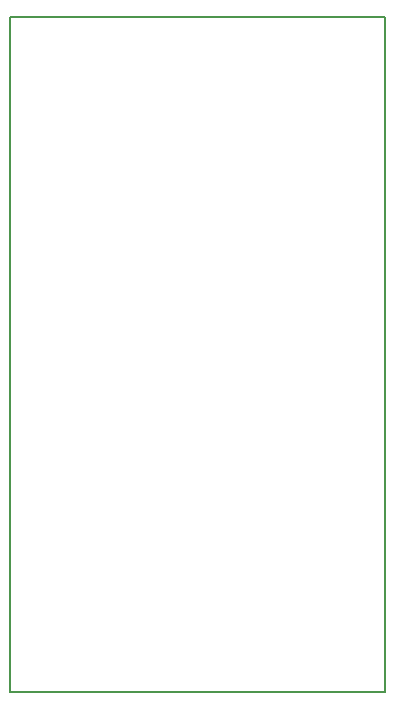
<source format=gbr>
G04 #@! TF.GenerationSoftware,KiCad,Pcbnew,(5.0.2)-1*
G04 #@! TF.CreationDate,2019-04-23T00:54:52-04:00*
G04 #@! TF.ProjectId,ATTINY_Bootloader,41545449-4e59-45f4-926f-6f746c6f6164,rev?*
G04 #@! TF.SameCoordinates,Original*
G04 #@! TF.FileFunction,Profile,NP*
%FSLAX46Y46*%
G04 Gerber Fmt 4.6, Leading zero omitted, Abs format (unit mm)*
G04 Created by KiCad (PCBNEW (5.0.2)-1) date 4/23/2019 12:54:52 AM*
%MOMM*%
%LPD*%
G01*
G04 APERTURE LIST*
%ADD10C,0.150000*%
G04 APERTURE END LIST*
D10*
X146050000Y-74930000D02*
X146050000Y-132080000D01*
X177800000Y-74930000D02*
X146050000Y-74930000D01*
X177800000Y-132080000D02*
X177800000Y-74930000D01*
X146050000Y-132080000D02*
X177800000Y-132080000D01*
M02*

</source>
